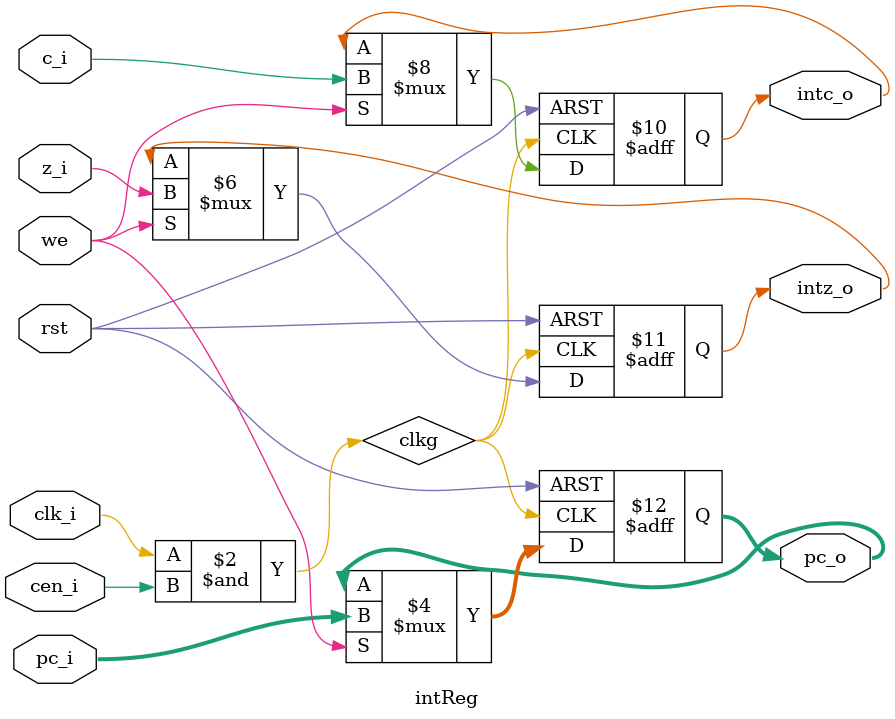
<source format=sv>
module intReg (
    input logic clk_i,
    input logic cen_i,
    input logic rst,
    input logic we,
    //Inputs
    input logic [11:0] pc_i,
    input logic c_i,
    input logic z_i,
    //Outputs
    output logic intc_o,
    output logic intz_o,
    output logic [11:0] pc_o
);

    logic clkg;

    always_comb clkg = clk_i & cen_i;

    always_ff @( posedge clkg or posedge rst ) begin
        if (rst) begin
            intc_o <= 1'b0;
            intz_o <= 1'b0;
            pc_o <= 12'b0;
        end
        else if (we) begin
            intc_o <= c_i;
            intz_o <= z_i;
            pc_o <= pc_i;
        end
    end
    
endmodule
</source>
